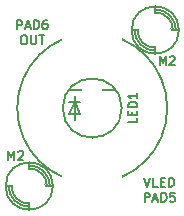
<source format=gto>
G04 (created by PCBNEW (2013-07-07 BZR 4022)-stable) date 11/9/2013 6:32:22 PM*
%MOIN*%
G04 Gerber Fmt 3.4, Leading zero omitted, Abs format*
%FSLAX34Y34*%
G01*
G70*
G90*
G04 APERTURE LIST*
%ADD10C,0.006*%
%ADD11C,0.008*%
%ADD12R,0.20285X0.12411*%
%ADD13C,0.0689921*%
%ADD14C,0.104425*%
G04 APERTURE END LIST*
G54D10*
G54D11*
X32250Y-18250D02*
G75*
G03X32250Y-18250I-2500J0D01*
G74*
G01*
X28962Y-17659D02*
X30537Y-17659D01*
X29356Y-18053D02*
X28962Y-18053D01*
X28962Y-18446D02*
X29356Y-18446D01*
X29356Y-18446D02*
X29159Y-18053D01*
X29159Y-18053D02*
X28962Y-18446D01*
X29159Y-18643D02*
X29159Y-17856D01*
X30734Y-18250D02*
G75*
G03X30734Y-18250I-984J0D01*
G74*
G01*
X31357Y-15650D02*
G75*
G03X31850Y-16142I492J0D01*
G74*
G01*
X32342Y-15650D02*
G75*
G03X31850Y-15157I-492J0D01*
G74*
G01*
X31259Y-15650D02*
G75*
G03X31850Y-16240I590J0D01*
G74*
G01*
X31161Y-15650D02*
G75*
G03X31850Y-16338I688J0D01*
G74*
G01*
X32440Y-15650D02*
G75*
G03X31850Y-15059I-590J0D01*
G74*
G01*
X32538Y-15650D02*
G75*
G03X31850Y-14961I-688J0D01*
G74*
G01*
X31850Y-15650D02*
X31850Y-16437D01*
X31850Y-15650D02*
X31062Y-15650D01*
X31850Y-14862D02*
X31850Y-15650D01*
X31850Y-15650D02*
X32637Y-15650D01*
X32637Y-15650D02*
G75*
G03X32637Y-15650I-787J0D01*
G74*
G01*
X27157Y-20850D02*
G75*
G03X27650Y-21342I492J0D01*
G74*
G01*
X28142Y-20850D02*
G75*
G03X27650Y-20357I-492J0D01*
G74*
G01*
X27059Y-20850D02*
G75*
G03X27650Y-21440I590J0D01*
G74*
G01*
X26961Y-20850D02*
G75*
G03X27650Y-21538I688J0D01*
G74*
G01*
X28240Y-20850D02*
G75*
G03X27650Y-20259I-590J0D01*
G74*
G01*
X28338Y-20850D02*
G75*
G03X27650Y-20161I-688J0D01*
G74*
G01*
X27650Y-20850D02*
X27650Y-21637D01*
X27650Y-20850D02*
X26862Y-20850D01*
X27650Y-20062D02*
X27650Y-20850D01*
X27650Y-20850D02*
X28437Y-20850D01*
X28437Y-20850D02*
G75*
G03X28437Y-20850I-787J0D01*
G74*
G01*
G54D10*
X31500Y-21371D02*
X31500Y-21071D01*
X31614Y-21071D01*
X31642Y-21085D01*
X31657Y-21100D01*
X31671Y-21128D01*
X31671Y-21171D01*
X31657Y-21200D01*
X31642Y-21214D01*
X31614Y-21228D01*
X31500Y-21228D01*
X31785Y-21285D02*
X31928Y-21285D01*
X31757Y-21371D02*
X31857Y-21071D01*
X31957Y-21371D01*
X32057Y-21371D02*
X32057Y-21071D01*
X32128Y-21071D01*
X32171Y-21085D01*
X32200Y-21114D01*
X32214Y-21142D01*
X32228Y-21200D01*
X32228Y-21242D01*
X32214Y-21300D01*
X32200Y-21328D01*
X32171Y-21357D01*
X32128Y-21371D01*
X32057Y-21371D01*
X32500Y-21071D02*
X32357Y-21071D01*
X32342Y-21214D01*
X32357Y-21200D01*
X32385Y-21185D01*
X32457Y-21185D01*
X32485Y-21200D01*
X32500Y-21214D01*
X32514Y-21242D01*
X32514Y-21314D01*
X32500Y-21342D01*
X32485Y-21357D01*
X32457Y-21371D01*
X32385Y-21371D01*
X32357Y-21357D01*
X32342Y-21342D01*
X31492Y-20571D02*
X31592Y-20871D01*
X31692Y-20571D01*
X31935Y-20871D02*
X31792Y-20871D01*
X31792Y-20571D01*
X32035Y-20714D02*
X32135Y-20714D01*
X32178Y-20871D02*
X32035Y-20871D01*
X32035Y-20571D01*
X32178Y-20571D01*
X32307Y-20871D02*
X32307Y-20571D01*
X32378Y-20571D01*
X32421Y-20585D01*
X32450Y-20614D01*
X32464Y-20642D01*
X32478Y-20700D01*
X32478Y-20742D01*
X32464Y-20800D01*
X32450Y-20828D01*
X32421Y-20857D01*
X32378Y-20871D01*
X32307Y-20871D01*
X31249Y-18585D02*
X31249Y-18728D01*
X30949Y-18728D01*
X31092Y-18485D02*
X31092Y-18385D01*
X31249Y-18342D02*
X31249Y-18485D01*
X30949Y-18485D01*
X30949Y-18342D01*
X31249Y-18214D02*
X30949Y-18214D01*
X30949Y-18142D01*
X30963Y-18100D01*
X30992Y-18071D01*
X31020Y-18057D01*
X31077Y-18042D01*
X31120Y-18042D01*
X31177Y-18057D01*
X31206Y-18071D01*
X31235Y-18100D01*
X31249Y-18142D01*
X31249Y-18214D01*
X31249Y-17757D02*
X31249Y-17928D01*
X31249Y-17842D02*
X30949Y-17842D01*
X30992Y-17871D01*
X31020Y-17900D01*
X31035Y-17928D01*
X27250Y-15621D02*
X27250Y-15321D01*
X27364Y-15321D01*
X27392Y-15335D01*
X27407Y-15350D01*
X27421Y-15378D01*
X27421Y-15421D01*
X27407Y-15450D01*
X27392Y-15464D01*
X27364Y-15478D01*
X27250Y-15478D01*
X27535Y-15535D02*
X27678Y-15535D01*
X27507Y-15621D02*
X27607Y-15321D01*
X27707Y-15621D01*
X27807Y-15621D02*
X27807Y-15321D01*
X27878Y-15321D01*
X27921Y-15335D01*
X27950Y-15364D01*
X27964Y-15392D01*
X27978Y-15450D01*
X27978Y-15492D01*
X27964Y-15550D01*
X27950Y-15578D01*
X27921Y-15607D01*
X27878Y-15621D01*
X27807Y-15621D01*
X28235Y-15321D02*
X28178Y-15321D01*
X28150Y-15335D01*
X28135Y-15350D01*
X28107Y-15392D01*
X28092Y-15450D01*
X28092Y-15564D01*
X28107Y-15592D01*
X28121Y-15607D01*
X28150Y-15621D01*
X28207Y-15621D01*
X28235Y-15607D01*
X28250Y-15592D01*
X28264Y-15564D01*
X28264Y-15492D01*
X28250Y-15464D01*
X28235Y-15450D01*
X28207Y-15435D01*
X28150Y-15435D01*
X28121Y-15450D01*
X28107Y-15464D01*
X28092Y-15492D01*
X27450Y-15821D02*
X27507Y-15821D01*
X27535Y-15835D01*
X27564Y-15864D01*
X27578Y-15921D01*
X27578Y-16021D01*
X27564Y-16078D01*
X27535Y-16107D01*
X27507Y-16121D01*
X27450Y-16121D01*
X27421Y-16107D01*
X27392Y-16078D01*
X27378Y-16021D01*
X27378Y-15921D01*
X27392Y-15864D01*
X27421Y-15835D01*
X27450Y-15821D01*
X27707Y-15821D02*
X27707Y-16064D01*
X27721Y-16092D01*
X27735Y-16107D01*
X27764Y-16121D01*
X27821Y-16121D01*
X27850Y-16107D01*
X27864Y-16092D01*
X27878Y-16064D01*
X27878Y-15821D01*
X27978Y-15821D02*
X28150Y-15821D01*
X28064Y-16121D02*
X28064Y-15821D01*
X32007Y-16821D02*
X32007Y-16521D01*
X32107Y-16735D01*
X32207Y-16521D01*
X32207Y-16821D01*
X32335Y-16550D02*
X32350Y-16535D01*
X32378Y-16521D01*
X32450Y-16521D01*
X32478Y-16535D01*
X32492Y-16550D01*
X32507Y-16578D01*
X32507Y-16607D01*
X32492Y-16650D01*
X32321Y-16821D01*
X32507Y-16821D01*
X26957Y-19971D02*
X26957Y-19671D01*
X27057Y-19885D01*
X27157Y-19671D01*
X27157Y-19971D01*
X27285Y-19700D02*
X27300Y-19685D01*
X27328Y-19671D01*
X27400Y-19671D01*
X27428Y-19685D01*
X27442Y-19700D01*
X27457Y-19728D01*
X27457Y-19757D01*
X27442Y-19800D01*
X27271Y-19971D01*
X27457Y-19971D01*
%LPC*%
G54D12*
X29750Y-20750D03*
G54D13*
X29750Y-18750D03*
X29750Y-17750D03*
G54D12*
X29750Y-15750D03*
G54D14*
X31850Y-15650D03*
X27650Y-20850D03*
M02*

</source>
